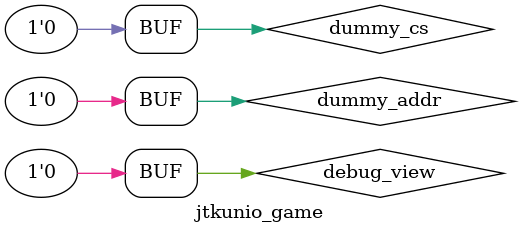
<source format=v>

/*  This file is part of JTKUNIO.
    JTKUNIO program is free software: you can redistribute it and/or modify
    it under the terms of the GNU General Public License as published by
    the Free Software Foundation, either version 3 of the License, or
    ( at your option) any later version.

    JTKUNIO program is distributed in the hope that it will be useful,
    but WITHOUT ANY WARRANTY; without even the implied warranty of
    MERCHANTABILITY or FITNESS FOR A PARTICULAR PURPOSE.  See the
    GNU General Public License for more details.

    You should have received a copy of the GNU General Public License
    along with JTKUNIO.  If not, see <http://www.gnu.org/licenses/>.

    Author: Jose Tejada Gomez. Twitter: @topapate
    Version: 1.0
    Date: 30-7-2022 */

module jtkunio_game(
    `include "jtframe_game_ports.inc" // see $JTFRAME/hdl/inc/jtframe_game_ports.inc
);

// CPU bus
wire [ 7:0] cpu_dout, ram_dout, snd_latch,
            scr_dout, obj_dout, pal_dout;
wire        cpu_rnw, int_n, v8, h8, snd_irq,
            ram_cs, scrram_cs, objram_cs, pal_cs;
wire [12:0] cpu_addr;

// SDRAM
wire [ 9:0] scrpos;
wire        flip, prom_we;

assign dip_flip   = flip;
assign debug_view = 0;
assign gfx_cs     = ~VS & ~HS;

// temporary hack to get gfx16_en signal correctly generated by `jtframe mem`
assign dummy_cs=0;
assign dummy_addr=0;

jtkunio_main u_main(
    .rst         ( rst24        ),
    .clk         ( clk24        ),
    .cen3        ( cen3         ),
    .cen1p5      ( cen1p5       ),
    .LVBL        ( LVBL         ),
    .v8          ( v8           ),

    .bus_addr    ( cpu_addr     ),
    .cpu_rnw     ( cpu_rnw      ),
    .cpu_dout    ( cpu_dout     ),

    .dip_pause   ( dip_pause    ),
    // video
    .flip        ( flip         ),
    .scrpos      ( scrpos       ),

    .ram_cs      ( ram_cs       ),
    .scrram_cs   ( scrram_cs    ),
    .objram_cs   ( objram_cs    ),
    .pal_cs      ( pal_cs       ),
    .pal_dout    ( pal_dout     ),
    .ram_dout    ( ram_dout     ),
    .scr_dout    ( scr_dout     ),
    .obj_dout    ( obj_dout     ),

    // Sound
    .snd_irq     ( snd_irq      ),
    .snd_latch   ( snd_latch    ),

    .joystick1   ( joystick1[6:0]),
    .joystick2   ( joystick2[6:0]),
    .start       ( cab_1p[1:0]  ),
    .coin        ( coin[1:0]    ),
    .dipsw_a     ( dipsw[ 7:0]  ),
    .dipsw_b     ( dipsw[15:8]  ),
    .service     ( service      ),

    // ROM
    .rom_addr    ( main_addr    ),
    .rom_cs      ( main_cs      ),
    .rom_data    ( main_data    ),
    .rom_ok      ( main_ok      ),
    // MCU ROM
    .mcu_addr    ( mcu_addr     ),
    .mcu_data    ( mcu_data     )
);

jtkunio_sound u_sound(
    .rst        ( rst24         ),
    .clk        ( clk24         ),
    .cen3       ( cen3          ),
    .cen1p5     ( cen1p5        ),
    .h8         ( h8            ),

    .snd_latch  ( snd_latch     ),
    .snd_irq    ( snd_irq       ),

    .rom_addr   ( snd_addr      ),
    .rom_data   ( snd_data      ),
    .rom_cs     ( snd_cs        ),
    .rom_ok     ( snd_ok        ),

    .pcm_addr   ( pcm_addr      ),
    .pcm_data   ( pcm_data      ),
    .pcm_cs     ( pcm_cs        ),
    .pcm_ok     ( pcm_ok        ),

    .pcm        ( pcm           ),
    .fm         ( fm            )
);

jtkunio_video u_video(
    .rst        ( rst           ),
    .clk        ( clk           ),
    .clk_cpu    ( clk           ),

    .pxl2_cen   ( pxl2_cen      ),
    .pxl_cen    ( pxl_cen       ),

    .LHBL       ( LHBL          ),
    .LVBL       ( LVBL          ),
    .HS         ( HS            ),
    .VS         ( VS            ),
    .flip       ( flip          ),
    .h8         ( h8            ),
    .v8         ( v8            ),

    .scrpos     ( scrpos        ),

    .pal_cs     ( pal_cs        ),
    .ram_cs     ( ram_cs        ),
    .scrram_cs  ( scrram_cs     ),
    .objram_cs  ( objram_cs     ),
    .cpu_wrn    ( cpu_rnw       ),
    .cpu_addr   ( cpu_addr      ),
    .cpu_dout   ( cpu_dout      ),

    .ram_dout   ( ram_dout      ),
    .scr_dout   ( scr_dout      ),
    .obj_dout   ( obj_dout      ),
    .pal_dout   ( pal_dout      ),

    .char_addr  ( char_addr     ),
    .char_data  ( char_data     ),
    .char_ok    ( char_ok       ),

    .scr_addr   ( scr_addr      ),
    .scr_data   ( scr_data      ),
    .scr_ok     ( scr_ok        ),

    .obj_addr   ( obj_addr      ),
    .obj_data   ( obj_data      ),
    .obj_cs     ( obj_cs        ),
    .obj_ok     ( obj_ok        ),

    .red        ( red           ),
    .green      ( green         ),
    .blue       ( blue          ),
    .gfx_en     ( gfx_en        ),
    .debug_bus  ( debug_bus     )
);

endmodule

</source>
